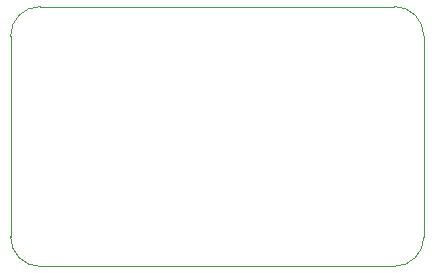
<source format=gbr>
%TF.GenerationSoftware,Altium Limited,Altium Designer,20.1.8 (145)*%
G04 Layer_Color=0*
%FSLAX24Y24*%
%MOIN*%
%TF.SameCoordinates,EFFAC6F7-03CC-4013-BD78-E1C7C4EA7A57*%
%TF.FilePolarity,Positive*%
%TF.FileFunction,Profile,NP*%
%TF.Part,Single*%
G01*
G75*
%TA.AperFunction,Profile*%
%ADD72C,0.0010*%
D72*
X984Y0D02*
G02*
X0Y984I0J984D01*
G01*
Y7677D01*
D02*
G02*
X984Y8661I984J0D01*
G01*
X984D01*
X12797Y8661D01*
X12795Y8661D01*
D02*
G02*
X13780Y7677I0J-984D01*
G01*
Y984D01*
D02*
G02*
X12795Y0I-984J0D01*
G01*
X984D01*
%TF.MD5,40bf2118e25eab382e22b6dfed58889e*%
M02*

</source>
